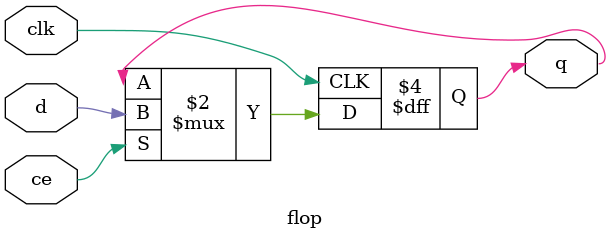
<source format=sv>
	module flop (clk, d, ce, q);
	input  bit clk, d, ce;
	output bit q;
	always_ff @(posedge clk) 
        begin
	        if (ce)
              q <= d;
	end
        endmodule
        
</source>
